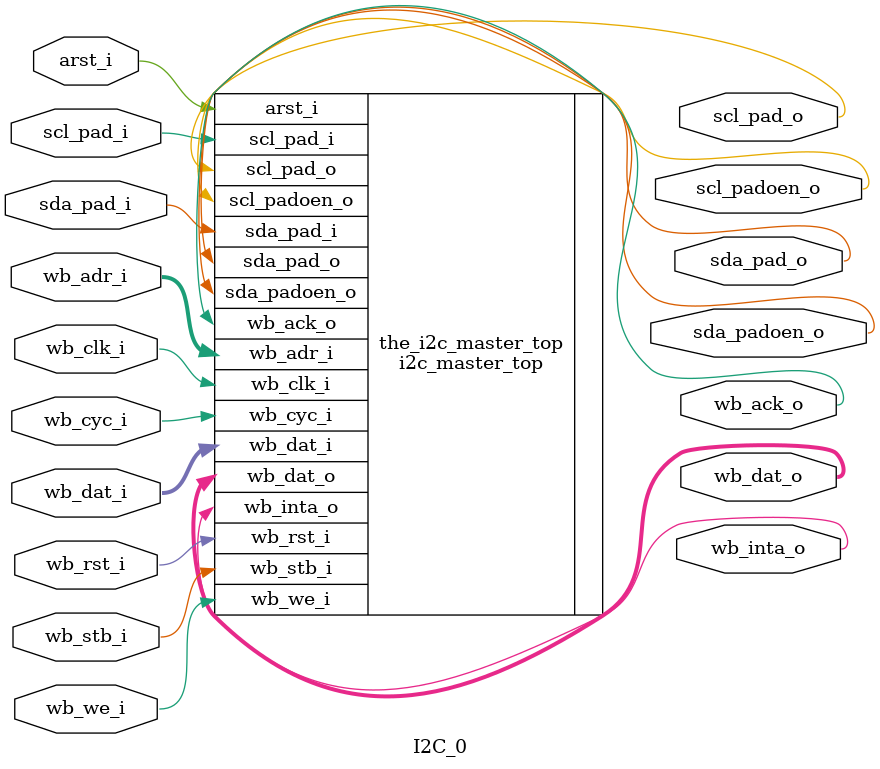
<source format=v>

`timescale 1ns / 100ps
// synthesis translate_on
module I2C_0 (
               // inputs:
                arst_i,
                scl_pad_i,
                sda_pad_i,
                wb_adr_i,
                wb_clk_i,
                wb_cyc_i,
                wb_dat_i,
                wb_rst_i,
                wb_stb_i,
                wb_we_i,

               // outputs:
                scl_pad_o,
                scl_padoen_o,
                sda_pad_o,
                sda_padoen_o,
                wb_ack_o,
                wb_dat_o,
                wb_inta_o
             );

  output           scl_pad_o;
  output           scl_padoen_o;
  output           sda_pad_o;
  output           sda_padoen_o;
  output           wb_ack_o;
  output  [  7: 0] wb_dat_o;
  output           wb_inta_o;
  input            arst_i;
  input            scl_pad_i;
  input            sda_pad_i;
  input   [  2: 0] wb_adr_i;
  input            wb_clk_i;
  input            wb_cyc_i;
  input   [  7: 0] wb_dat_i;
  input            wb_rst_i;
  input            wb_stb_i;
  input            wb_we_i;

  wire             scl_pad_o;
  wire             scl_padoen_o;
  wire             sda_pad_o;
  wire             sda_padoen_o;
  wire             wb_ack_o;
  wire    [  7: 0] wb_dat_o;
  wire             wb_inta_o;
  i2c_master_top the_i2c_master_top
    (
      .arst_i       (arst_i),
      .scl_pad_i    (scl_pad_i),
      .scl_pad_o    (scl_pad_o),
      .scl_padoen_o (scl_padoen_o),
      .sda_pad_i    (sda_pad_i),
      .sda_pad_o    (sda_pad_o),
      .sda_padoen_o (sda_padoen_o),
      .wb_ack_o     (wb_ack_o),
      .wb_adr_i     (wb_adr_i),
      .wb_clk_i     (wb_clk_i),
      .wb_cyc_i     (wb_cyc_i),
      .wb_dat_i     (wb_dat_i),
      .wb_dat_o     (wb_dat_o),
      .wb_inta_o    (wb_inta_o),
      .wb_rst_i     (wb_rst_i),
      .wb_stb_i     (wb_stb_i),
      .wb_we_i      (wb_we_i)
    );



endmodule


</source>
